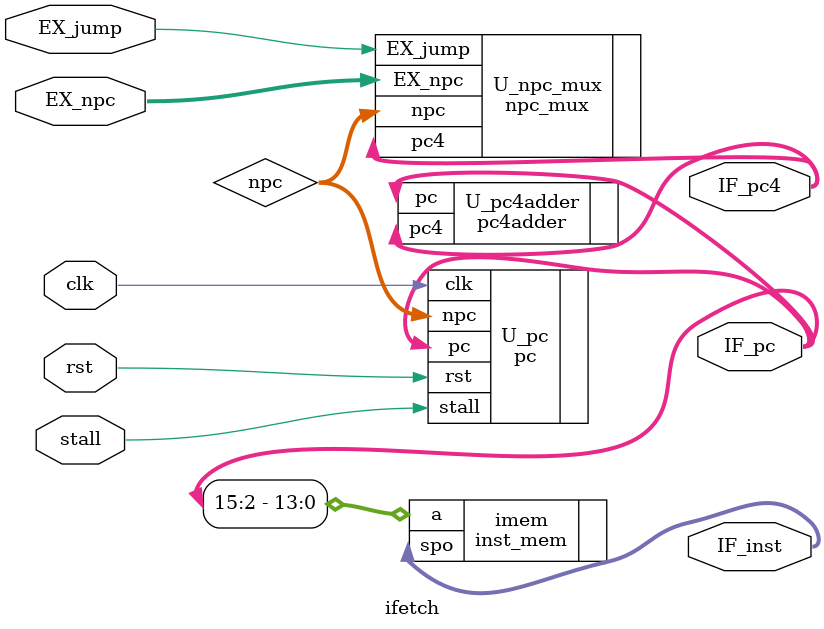
<source format=v>
`timescale 1ns / 1ps


module ifetch(
    input wire clk,
    input wire rst,
    input wire stall,
    input wire [31:0] EX_npc,
    input wire EX_jump,
    output wire [31:0] IF_inst,
    output wire [31:0] IF_pc4,
    output wire [31:0] IF_pc
    );
    
    wire [31:0] npc;

    npc_mux U_npc_mux(
        .EX_npc (EX_npc),
        .EX_jump (EX_jump),
        .pc4 (IF_pc4),

        .npc (npc)
    );

    pc U_pc(
        .clk (clk),
        .rst (rst),
        .npc (npc),
        .stall (stall),
        .pc  (IF_pc)
    // input wire clk, 
    // input wire rst,
    // input wire [31:0] npc,

    // output reg [31:0] pc
    );

    pc4adder U_pc4adder (
        .pc (IF_pc),
        .pc4 (IF_pc4)
    // input wire [31:0] pc,

    // output wire [31:0] pc4

    );

    // prgrom imem(
    inst_mem imem(
        .a (IF_pc[15:2]),
        .spo (IF_inst)
    );


endmodule

</source>
